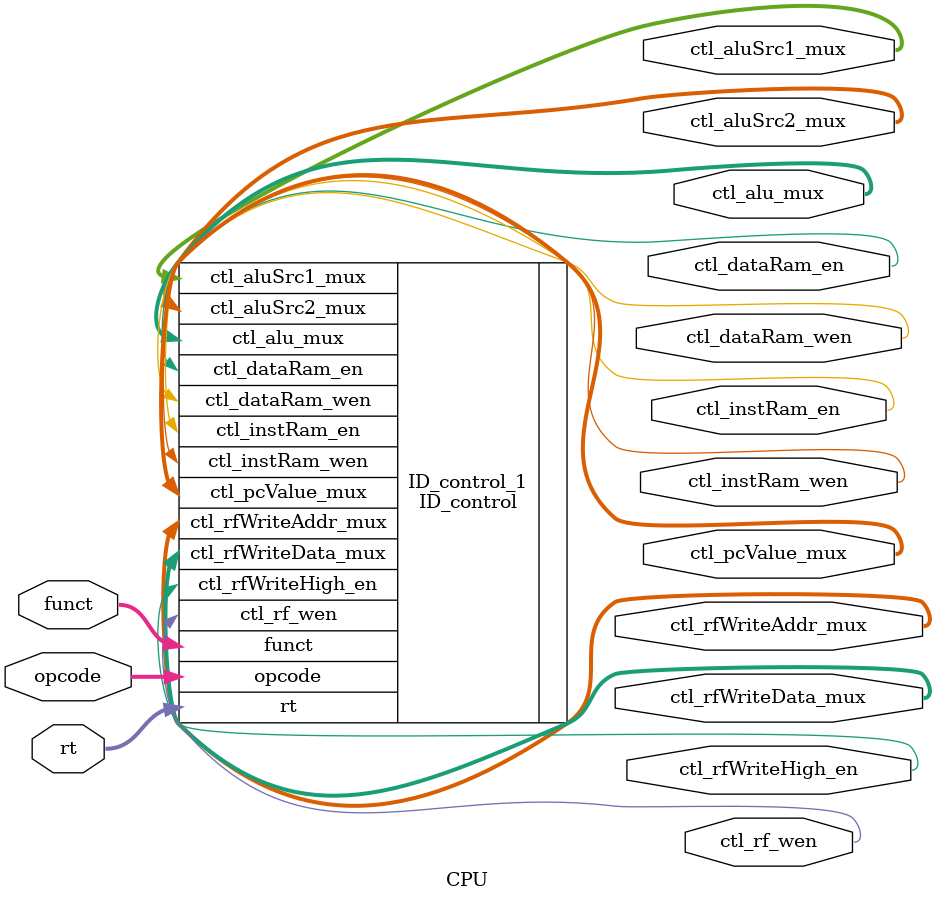
<source format=v>
`timescale 1ns / 1ps


module CPU(
    input wire [5:0] opcode,
    input wire [5:0] funct,
    input wire [5:0] rt,

    output wire [4:0] ctl_pcValue_mux, // pcValue: MUX5_32b, [PC+4, aluRes, instIndex, temp, use delaySlot]
    
    output wire ctl_instRam_en,
    output wire ctl_instRam_wen,
    
    output wire [2:0] ctl_aluSrc1_mux, // aluSrc1: MUX3_32b, [rs, sa, PC]
    output wire [3:0] ctl_aluSrc2_mux, // aluSrc1: MUX4_32b, [rt, imm, {HI}, {LO}]
    output wire [8:0] ctl_alu_mux,
    
    output wire ctl_dataRam_en,
    output wire ctl_dataRam_wen,
    
    output wire [2:0] ctl_rfWriteData_mux, // rfInData: MUX3_32b, [aluRes, DataRamReadData, PC+8]
    output wire [3:0] ctl_rfWriteAddr_mux, // rfInAddr: MUX4_5b, [rd, rt, 31, {LO}]
    output wire ctl_rfWriteHigh_en,  // just use for MTHI, MULT, MULTU to save two 32bits data to low and high 
                                     // when this is enabled, the rfWriteAddrHigh and rfWriteAddrData will work
    output wire ctl_rf_wen
);

ID_control ID_control_1(
    .opcode(opcode), .funct(funct), .rt(rt),
    .ctl_pcValue_mux(ctl_pcValue_mux),
    .ctl_instRam_en(ctl_instRam_en), .ctl_instRam_wen(ctl_instRam_wen),
    .ctl_aluSrc1_mux(ctl_aluSrc1_mux), .ctl_aluSrc2_mux(ctl_aluSrc2_mux), .ctl_alu_mux(ctl_alu_mux),
    .ctl_dataRam_en(ctl_dataRam_en), .ctl_dataRam_wen(ctl_dataRam_wen),
    .ctl_rfWriteData_mux(ctl_rfWriteData_mux), .ctl_rfWriteAddr_mux(ctl_rfWriteAddr_mux), .ctl_rfWriteHigh_en(ctl_rfWriteHigh_en), .ctl_rf_wen(ctl_rf_wen)
);

endmodule

</source>
